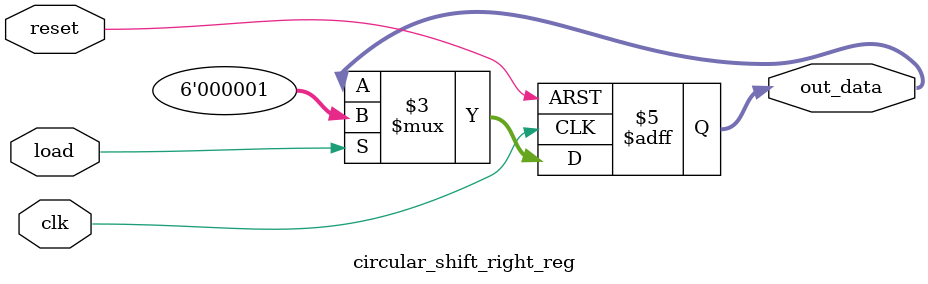
<source format=v>
module circular_shift_right_reg (
    input wire clk,
    input wire reset,
    input wire load,
    output reg [5:0] out_data
);

    always @(posedge clk or posedge reset) begin
        if (reset)
            out_data <= 6'b0;
        else if (load)
            out_data <= 6'b000001;
        else
            out_data <= {out_data[5], out_data[4:0]};
    end

endmodule

</source>
